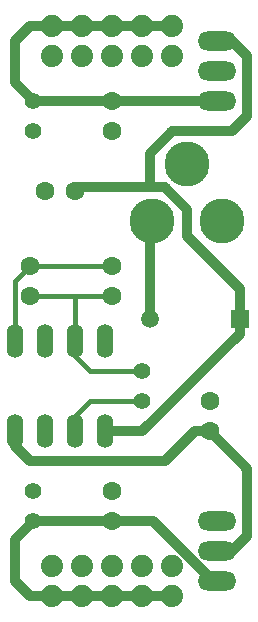
<source format=gbr>
G04 #@! TF.GenerationSoftware,KiCad,Pcbnew,(5.1.5)-3*
G04 #@! TF.CreationDate,2020-03-15T11:48:49-07:00*
G04 #@! TF.ProjectId,bbf-supply_v1,6262662d-7375-4707-906c-795f76312e6b,rev?*
G04 #@! TF.SameCoordinates,Original*
G04 #@! TF.FileFunction,Copper,L1,Top*
G04 #@! TF.FilePolarity,Positive*
%FSLAX46Y46*%
G04 Gerber Fmt 4.6, Leading zero omitted, Abs format (unit mm)*
G04 Created by KiCad (PCBNEW (5.1.5)-3) date 2020-03-15 11:48:49*
%MOMM*%
%LPD*%
G04 APERTURE LIST*
G04 #@! TA.AperFunction,ComponentPad*
%ADD10C,3.810000*%
G04 #@! TD*
G04 #@! TA.AperFunction,ComponentPad*
%ADD11O,1.422400X2.844800*%
G04 #@! TD*
G04 #@! TA.AperFunction,ComponentPad*
%ADD12C,1.600200*%
G04 #@! TD*
G04 #@! TA.AperFunction,ComponentPad*
%ADD13O,3.251200X1.625600*%
G04 #@! TD*
G04 #@! TA.AperFunction,ComponentPad*
%ADD14C,1.509600*%
G04 #@! TD*
G04 #@! TA.AperFunction,ComponentPad*
%ADD15R,1.509600X1.509600*%
G04 #@! TD*
G04 #@! TA.AperFunction,ComponentPad*
%ADD16C,1.422400*%
G04 #@! TD*
G04 #@! TA.AperFunction,ComponentPad*
%ADD17C,1.879600*%
G04 #@! TD*
G04 #@! TA.AperFunction,Conductor*
%ADD18C,0.812800*%
G04 #@! TD*
G04 #@! TA.AperFunction,Conductor*
%ADD19C,0.406400*%
G04 #@! TD*
G04 APERTURE END LIST*
D10*
G04 #@! TO.P,J1,3*
G04 #@! TO.N,Net-(D1-PadA)*
X150581100Y-97378600D03*
G04 #@! TO.P,J1,1*
G04 #@! TO.N,GND*
X156581100Y-97378600D03*
G04 #@! TO.P,J1,2*
G04 #@! TO.N,Net-(J1-Pad2)*
X153581100Y-92578600D03*
G04 #@! TD*
D11*
G04 #@! TO.P,IC2,5*
G04 #@! TO.N,Net-(C7-Pad-)*
X138976100Y-115158600D03*
G04 #@! TO.P,IC2,6*
G04 #@! TO.N,Net-(IC2-Pad6)*
X141516100Y-115158600D03*
G04 #@! TO.P,IC2,4*
G04 #@! TO.N,Net-(C4-Pad-)*
X138976100Y-107538600D03*
G04 #@! TO.P,IC2,3*
G04 #@! TO.N,GND*
X141516100Y-107538600D03*
G04 #@! TO.P,IC2,8*
G04 #@! TO.N,Net-(C3-Pad+)*
X146596100Y-115158600D03*
G04 #@! TO.P,IC2,7*
G04 #@! TO.N,Net-(C6-Pad2)*
X144056100Y-115158600D03*
G04 #@! TO.P,IC2,2*
G04 #@! TO.N,Net-(C4-Pad+)*
X144056100Y-107538600D03*
G04 #@! TO.P,IC2,1*
G04 #@! TO.N,Net-(IC2-Pad1)*
X146596100Y-107538600D03*
G04 #@! TD*
D12*
G04 #@! TO.P,C4,+*
G04 #@! TO.N,Net-(C4-Pad+)*
X140246100Y-103728600D03*
G04 #@! TO.P,C4,-*
G04 #@! TO.N,Net-(C4-Pad-)*
X140246100Y-101188600D03*
G04 #@! TD*
G04 #@! TO.P,C2,+*
G04 #@! TO.N,VCC*
X147231100Y-87218600D03*
G04 #@! TO.P,C2,-*
G04 #@! TO.N,GND*
X147231100Y-89758600D03*
G04 #@! TD*
G04 #@! TO.P,C9,+*
G04 #@! TO.N,GND*
X147231100Y-120238600D03*
G04 #@! TO.P,C9,-*
G04 #@! TO.N,VEE*
X147231100Y-122778600D03*
G04 #@! TD*
D13*
G04 #@! TO.P,IC3,OUT*
G04 #@! TO.N,VEE*
X156121100Y-127858600D03*
G04 #@! TO.P,IC3,IN*
G04 #@! TO.N,Net-(C7-Pad-)*
X156121100Y-125318600D03*
G04 #@! TO.P,IC3,GND*
G04 #@! TO.N,GND*
X156121100Y-122778600D03*
G04 #@! TD*
D12*
G04 #@! TO.P,C3,+*
G04 #@! TO.N,Net-(C3-Pad+)*
X144056100Y-94838600D03*
G04 #@! TO.P,C3,-*
G04 #@! TO.N,GND*
X141516100Y-94838600D03*
G04 #@! TD*
G04 #@! TO.P,C7,+*
G04 #@! TO.N,GND*
X155486100Y-112618600D03*
G04 #@! TO.P,C7,-*
G04 #@! TO.N,Net-(C7-Pad-)*
X155486100Y-115158600D03*
G04 #@! TD*
D13*
G04 #@! TO.P,IC1,OUT*
G04 #@! TO.N,VCC*
X156121100Y-87218600D03*
G04 #@! TO.P,IC1,GND*
G04 #@! TO.N,GND*
X156121100Y-84678600D03*
G04 #@! TO.P,IC1,IN*
G04 #@! TO.N,Net-(C3-Pad+)*
X156121100Y-82138600D03*
G04 #@! TD*
D14*
G04 #@! TO.P,D1,A*
G04 #@! TO.N,Net-(D1-PadA)*
X150406100Y-105633600D03*
D15*
G04 #@! TO.P,D1,C*
G04 #@! TO.N,Net-(C3-Pad+)*
X158026100Y-105633600D03*
G04 #@! TD*
D16*
G04 #@! TO.P,C6,2*
G04 #@! TO.N,Net-(C6-Pad2)*
X149771100Y-112618600D03*
G04 #@! TO.P,C6,1*
G04 #@! TO.N,Net-(C4-Pad+)*
X149771100Y-110078600D03*
G04 #@! TD*
D12*
G04 #@! TO.P,C5,+*
G04 #@! TO.N,Net-(C4-Pad+)*
X147231100Y-103728600D03*
G04 #@! TO.P,C5,-*
G04 #@! TO.N,Net-(C4-Pad-)*
X147231100Y-101188600D03*
G04 #@! TD*
D16*
G04 #@! TO.P,C1,2*
G04 #@! TO.N,GND*
X140563600Y-89758600D03*
G04 #@! TO.P,C1,1*
G04 #@! TO.N,VCC*
X140563600Y-87218600D03*
G04 #@! TD*
G04 #@! TO.P,C8,2*
G04 #@! TO.N,VEE*
X140563600Y-122778600D03*
G04 #@! TO.P,C8,1*
G04 #@! TO.N,GND*
X140563600Y-120238600D03*
G04 #@! TD*
D17*
G04 #@! TO.P,JP1,10*
G04 #@! TO.N,VCC*
X152311100Y-80868600D03*
G04 #@! TO.P,JP1,9*
G04 #@! TO.N,GND*
X152311100Y-83408600D03*
G04 #@! TO.P,JP1,8*
G04 #@! TO.N,VCC*
X149771100Y-80868600D03*
G04 #@! TO.P,JP1,7*
G04 #@! TO.N,GND*
X149771100Y-83408600D03*
G04 #@! TO.P,JP1,6*
G04 #@! TO.N,VCC*
X147231100Y-80868600D03*
G04 #@! TO.P,JP1,5*
G04 #@! TO.N,GND*
X147231100Y-83408600D03*
G04 #@! TO.P,JP1,4*
G04 #@! TO.N,VCC*
X144691100Y-80868600D03*
G04 #@! TO.P,JP1,3*
G04 #@! TO.N,GND*
X144691100Y-83408600D03*
G04 #@! TO.P,JP1,2*
G04 #@! TO.N,VCC*
X142151100Y-80868600D03*
G04 #@! TO.P,JP1,1*
G04 #@! TO.N,GND*
X142151100Y-83408600D03*
G04 #@! TD*
G04 #@! TO.P,JP2,10*
G04 #@! TO.N,GND*
X152311100Y-126588600D03*
G04 #@! TO.P,JP2,9*
G04 #@! TO.N,VEE*
X152311100Y-129128600D03*
G04 #@! TO.P,JP2,8*
G04 #@! TO.N,GND*
X149771100Y-126588600D03*
G04 #@! TO.P,JP2,7*
G04 #@! TO.N,VEE*
X149771100Y-129128600D03*
G04 #@! TO.P,JP2,6*
G04 #@! TO.N,GND*
X147231100Y-126588600D03*
G04 #@! TO.P,JP2,5*
G04 #@! TO.N,VEE*
X147231100Y-129128600D03*
G04 #@! TO.P,JP2,4*
G04 #@! TO.N,GND*
X144691100Y-126588600D03*
G04 #@! TO.P,JP2,3*
G04 #@! TO.N,VEE*
X144691100Y-129128600D03*
G04 #@! TO.P,JP2,2*
G04 #@! TO.N,GND*
X142151100Y-126588600D03*
G04 #@! TO.P,JP2,1*
G04 #@! TO.N,VEE*
X142151100Y-129128600D03*
G04 #@! TD*
D18*
G04 #@! TO.N,VCC*
X138976100Y-85631100D02*
X140563600Y-87218600D01*
X138976100Y-85631100D02*
X138976100Y-82138600D01*
X138976100Y-82138600D02*
X140246100Y-80868600D01*
X140563600Y-87218600D02*
X147231100Y-87218600D01*
X147231100Y-87218600D02*
X156121100Y-87218600D01*
X140246100Y-80868600D02*
X142151100Y-80868600D01*
X142151100Y-80868600D02*
X144691100Y-80868600D01*
X144691100Y-80868600D02*
X147231100Y-80868600D01*
X147231100Y-80868600D02*
X149771100Y-80868600D01*
X149771100Y-80868600D02*
X152311100Y-80868600D01*
G04 #@! TO.N,VEE*
X138976100Y-124366100D02*
X140563600Y-122778600D01*
X138976100Y-127858600D02*
X138976100Y-124366100D01*
X140246100Y-129128600D02*
X142151100Y-129128600D01*
X138976100Y-127858600D02*
X140246100Y-129128600D01*
X140563600Y-122778600D02*
X147231100Y-122778600D01*
X142151100Y-129128600D02*
X144691100Y-129128600D01*
X144691100Y-129128600D02*
X147231100Y-129128600D01*
X147231100Y-129128600D02*
X149771100Y-129128600D01*
X149771100Y-129128600D02*
X152311100Y-129128600D01*
X155803600Y-127858600D02*
X156121100Y-127858600D01*
X150723600Y-122778600D02*
X155803600Y-127858600D01*
X147231100Y-122778600D02*
X150723600Y-122778600D01*
G04 #@! TO.N,Net-(D1-PadA)*
X150406100Y-105633600D02*
X150406100Y-98648600D01*
X150406100Y-98648600D02*
X150581100Y-98473600D01*
X150581100Y-98473600D02*
X150581100Y-97378600D01*
G04 #@! TO.N,Net-(C7-Pad-)*
X138976100Y-116428600D02*
X140246100Y-117698600D01*
X138976100Y-116428600D02*
X138976100Y-115158600D01*
X157391100Y-125318600D02*
X156121100Y-125318600D01*
X158661100Y-124048600D02*
X157391100Y-125318600D01*
X158661100Y-118333600D02*
X158661100Y-124048600D01*
X155486100Y-115158600D02*
X158661100Y-118333600D01*
X140246100Y-117698600D02*
X151676100Y-117698600D01*
X151676100Y-117698600D02*
X154216100Y-115158600D01*
X154216100Y-115158600D02*
X155486100Y-115158600D01*
D19*
G04 #@! TO.N,Net-(C4-Pad-)*
X140246100Y-101188600D02*
X147231100Y-101188600D01*
X138976100Y-107538600D02*
X138976100Y-102458600D01*
X138976100Y-102458600D02*
X140246100Y-101188600D01*
D18*
G04 #@! TO.N,Net-(C3-Pad+)*
X158026100Y-105633600D02*
X158026100Y-103093600D01*
X158026100Y-103093600D02*
X153581100Y-98648600D01*
X153581100Y-98648600D02*
X153581100Y-96426100D01*
X153581100Y-96426100D02*
X151676100Y-94521100D01*
X150406100Y-94521100D02*
X144373600Y-94521100D01*
X144373600Y-94521100D02*
X144056100Y-94838600D01*
X151676100Y-94521100D02*
X150406100Y-94521100D01*
X157391100Y-82138600D02*
X156121100Y-82138600D01*
X158661100Y-83408600D02*
X157391100Y-82138600D01*
X158661100Y-88488600D02*
X158661100Y-83408600D01*
X157391100Y-89758600D02*
X158661100Y-88488600D01*
X152311100Y-89758600D02*
X157391100Y-89758600D01*
X150406100Y-91663600D02*
X152311100Y-89758600D01*
X150406100Y-94521100D02*
X150406100Y-91663600D01*
X146596100Y-115158600D02*
X149771100Y-115158600D01*
X149771100Y-115158600D02*
X158026100Y-106903600D01*
X158026100Y-106903600D02*
X158026100Y-105633600D01*
D19*
G04 #@! TO.N,Net-(C6-Pad2)*
X144056100Y-115158600D02*
X144056100Y-113888600D01*
X144056100Y-113888600D02*
X145326100Y-112618600D01*
X145326100Y-112618600D02*
X149771100Y-112618600D01*
G04 #@! TO.N,Net-(C4-Pad+)*
X144056100Y-103728600D02*
X140246100Y-103728600D01*
X144056100Y-103728600D02*
X147231100Y-103728600D01*
X144056100Y-107538600D02*
X144056100Y-103728600D01*
X144056100Y-108808600D02*
X144056100Y-107538600D01*
X144056100Y-108808600D02*
X145326100Y-110078600D01*
X145326100Y-110078600D02*
X149771100Y-110078600D01*
G04 #@! TD*
M02*

</source>
